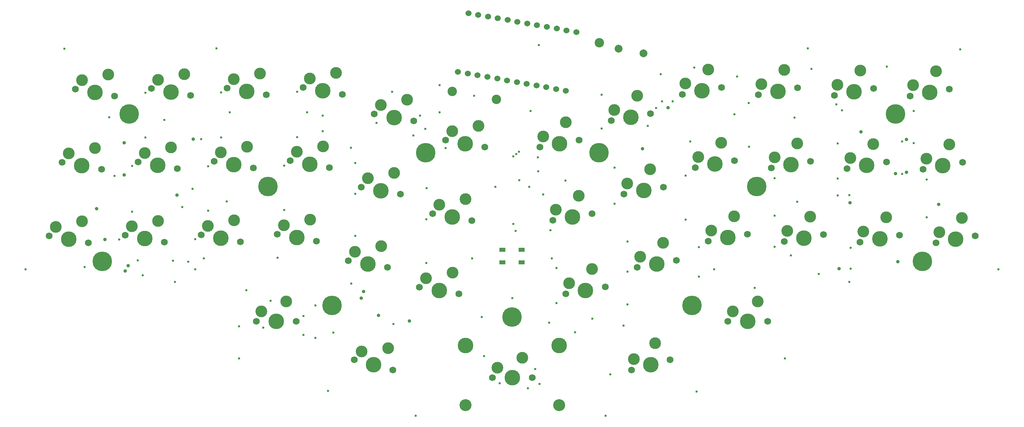
<source format=gts>
G04 #@! TF.GenerationSoftware,KiCad,Pcbnew,(5.1.9-0-10_14)*
G04 #@! TF.CreationDate,2021-06-24T09:39:22+09:00*
G04 #@! TF.ProjectId,reviung41,72657669-756e-4673-9431-2e6b69636164,1.4*
G04 #@! TF.SameCoordinates,PX2faf080PY2faf080*
G04 #@! TF.FileFunction,Soldermask,Top*
G04 #@! TF.FilePolarity,Negative*
%FSLAX46Y46*%
G04 Gerber Fmt 4.6, Leading zero omitted, Abs format (unit mm)*
G04 Created by KiCad (PCBNEW (5.1.9-0-10_14)) date 2021-06-24 09:39:22*
%MOMM*%
%LPD*%
G01*
G04 APERTURE LIST*
%ADD10C,3.000000*%
%ADD11C,3.987800*%
%ADD12C,1.750000*%
%ADD13C,2.400000*%
%ADD14C,5.000000*%
%ADD15R,1.500000X1.000000*%
%ADD16C,1.524000*%
%ADD17C,3.048000*%
%ADD18C,2.000000*%
%ADD19C,0.600000*%
%ADD20C,0.900000*%
G04 APERTURE END LIST*
D10*
X49773544Y-17128243D03*
D11*
X46390000Y-21690000D03*
D10*
X43078949Y-18526989D03*
D12*
X41387177Y-20807867D03*
X51392823Y-22572133D03*
X87712823Y-36072133D03*
X77707177Y-34307867D03*
D10*
X79398949Y-32026989D03*
D11*
X82710000Y-35190000D03*
D10*
X86093544Y-30628243D03*
D13*
X79390000Y-21860000D03*
X90630000Y-23860000D03*
X116930000Y-9420000D03*
D14*
X72620000Y-37480000D03*
X116840000Y-37480000D03*
X192470000Y-27580000D03*
X199320000Y-65240000D03*
X157050000Y-46090000D03*
X140560000Y-76530000D03*
X94660000Y-79530000D03*
X48770000Y-76530000D03*
X32400000Y-46100000D03*
X-9870000Y-65240000D03*
X-2990000Y-27590000D03*
D12*
X159850000Y-80550000D03*
X149690000Y-80550000D03*
D10*
X150960000Y-78010000D03*
D11*
X154770000Y-80550000D03*
D10*
X157310000Y-75470000D03*
X133139279Y-60486110D03*
D11*
X131520000Y-65930000D03*
D10*
X127326816Y-64090188D03*
D12*
X126517177Y-66812133D03*
X136522823Y-65047867D03*
D10*
X30403544Y-17268243D03*
D11*
X27020000Y-21830000D03*
D10*
X23708949Y-18666989D03*
D12*
X22017177Y-20947867D03*
X32022823Y-22712133D03*
D15*
X92220000Y-62320000D03*
X92220000Y-65520000D03*
X97120000Y-62320000D03*
X97120000Y-65520000D03*
D10*
X186719279Y-35266110D03*
D11*
X185100000Y-40710000D03*
D10*
X180906816Y-38870188D03*
D12*
X180097177Y-41592133D03*
X190102823Y-39827867D03*
X209492823Y-39947867D03*
X199487177Y-41712133D03*
D10*
X200296816Y-38990188D03*
D11*
X204490000Y-40830000D03*
D10*
X206109279Y-35386110D03*
D16*
X80870734Y-16798930D03*
X83372146Y-17239996D03*
X85873557Y-17681063D03*
X88374969Y-18122129D03*
X90876381Y-18563195D03*
X93377792Y-19004262D03*
X95879204Y-19445328D03*
X98380616Y-19886395D03*
X100882027Y-20327461D03*
X103383439Y-20768527D03*
X105884851Y-21209594D03*
X108386262Y-21650660D03*
X111029188Y-6661886D03*
X108527776Y-6220820D03*
X106026364Y-5779753D03*
X103524953Y-5338687D03*
X101023541Y-4897621D03*
X98522129Y-4456554D03*
X96020718Y-4015488D03*
X93519306Y-3574421D03*
X91017894Y-3133355D03*
X88516482Y-2692289D03*
X86015071Y-2251222D03*
X83513659Y-1810156D03*
D10*
X131168651Y-86145696D03*
D11*
X130030000Y-91710000D03*
D10*
X125692422Y-90242649D03*
D12*
X125123097Y-93024801D03*
X134936903Y-90395199D03*
X64209164Y-93029683D03*
X54395358Y-90400081D03*
D10*
X56279484Y-88275330D03*
D11*
X59302261Y-91714882D03*
D10*
X63070513Y-87465379D03*
X37070000Y-75490000D03*
D11*
X34530000Y-80570000D03*
D10*
X30720000Y-78030000D03*
D12*
X29450000Y-80570000D03*
X39610000Y-80570000D03*
X212782823Y-58737867D03*
X202777177Y-60502133D03*
D10*
X203586816Y-57780188D03*
D11*
X207780000Y-59620000D03*
D10*
X209399279Y-54176110D03*
X190029279Y-54036110D03*
D11*
X188410000Y-59480000D03*
D10*
X184216816Y-57640188D03*
D12*
X183407177Y-60362133D03*
X193412823Y-58597867D03*
D10*
X170679279Y-53876110D03*
D11*
X169060000Y-59320000D03*
D10*
X164866816Y-57480188D03*
D12*
X164057177Y-60202133D03*
X174062823Y-58437867D03*
X154672823Y-58327867D03*
X144667177Y-60092133D03*
D10*
X145476816Y-57370188D03*
D11*
X149670000Y-59210000D03*
D10*
X151289279Y-53766110D03*
D12*
X118392823Y-71807867D03*
X108387177Y-73572133D03*
D10*
X109196816Y-70850188D03*
D11*
X113390000Y-72690000D03*
D10*
X115009279Y-67246110D03*
X167389279Y-35106110D03*
D11*
X165770000Y-40550000D03*
D10*
X161576816Y-38710188D03*
D12*
X160767177Y-41432133D03*
X170772823Y-39667867D03*
X151342823Y-39527867D03*
X141337177Y-41292133D03*
D10*
X142146816Y-38570188D03*
D11*
X146340000Y-40410000D03*
D10*
X147959279Y-34966110D03*
X129829279Y-41736110D03*
D11*
X128210000Y-47180000D03*
D10*
X124016816Y-45340188D03*
D12*
X123207177Y-48062133D03*
X133212823Y-46297867D03*
X115042823Y-53037867D03*
X105037177Y-54802133D03*
D10*
X105846816Y-52080188D03*
D11*
X110040000Y-53920000D03*
D10*
X111659279Y-48476110D03*
X202769279Y-16656110D03*
D11*
X201150000Y-22100000D03*
D10*
X196956816Y-20260188D03*
D12*
X196147177Y-22982133D03*
X206152823Y-21217867D03*
X186812823Y-21057867D03*
X176807177Y-22822133D03*
D10*
X177616816Y-20100188D03*
D11*
X181810000Y-21940000D03*
D10*
X183429279Y-16496110D03*
D12*
X167442823Y-20927867D03*
X157437177Y-22692133D03*
D10*
X158246816Y-19970188D03*
D11*
X162440000Y-21810000D03*
D10*
X164059279Y-16366110D03*
X144669279Y-16226110D03*
D11*
X143050000Y-21670000D03*
D10*
X138856816Y-19830188D03*
D12*
X138047177Y-22552133D03*
X148052823Y-20787867D03*
X129922823Y-27527867D03*
X119917177Y-29292133D03*
D10*
X120726816Y-26570188D03*
D11*
X124920000Y-28410000D03*
D10*
X126539279Y-22966110D03*
X108389279Y-29746110D03*
D11*
X106770000Y-35190000D03*
D10*
X102576816Y-33350188D03*
D12*
X101767177Y-36072133D03*
X111772823Y-34307867D03*
D10*
X79443544Y-68148243D03*
D11*
X76060000Y-72710000D03*
D10*
X72748949Y-69546989D03*
D12*
X71057177Y-71827867D03*
X81062823Y-73592133D03*
X62912823Y-66832133D03*
X52907177Y-65067867D03*
D10*
X54598949Y-62786989D03*
D11*
X57910000Y-65950000D03*
D10*
X61293544Y-61388243D03*
D12*
X44757443Y-60080504D03*
X34751797Y-58316238D03*
D10*
X36443569Y-56035360D03*
D11*
X39754620Y-59198371D03*
D10*
X43138164Y-54636614D03*
D12*
X25372823Y-60232133D03*
X15367177Y-58467867D03*
D10*
X17058949Y-56186989D03*
D11*
X20370000Y-59350000D03*
D10*
X23753544Y-54788243D03*
D12*
X6032823Y-60342133D03*
X-3972823Y-58577867D03*
D10*
X-2281051Y-56296989D03*
D11*
X1030000Y-59460000D03*
D10*
X4413544Y-54898243D03*
X-14986456Y-55058243D03*
D11*
X-18370000Y-59620000D03*
D10*
X-21681051Y-56456989D03*
D12*
X-23372823Y-58737867D03*
X-13367177Y-60502133D03*
D10*
X82753544Y-49378243D03*
D11*
X79370000Y-53940000D03*
D10*
X76058949Y-50776989D03*
D12*
X74367177Y-53057867D03*
X84372823Y-54822133D03*
D10*
X64603544Y-42658243D03*
D11*
X61220000Y-47220000D03*
D10*
X57908949Y-44056989D03*
D12*
X56217177Y-46337867D03*
X66222823Y-48102133D03*
D10*
X46453544Y-35878243D03*
D11*
X43070000Y-40440000D03*
D10*
X39758949Y-37276989D03*
D12*
X38067177Y-39557867D03*
X48072823Y-41322133D03*
X28712823Y-41432133D03*
X18707177Y-39667867D03*
D10*
X20398949Y-37386989D03*
D11*
X23710000Y-40550000D03*
D10*
X27093544Y-35988243D03*
D12*
X9312823Y-41592133D03*
X-692823Y-39827867D03*
D10*
X998949Y-37546989D03*
D11*
X4310000Y-40710000D03*
D10*
X7693544Y-36148243D03*
D12*
X-10047177Y-41712133D03*
X-20052823Y-39947867D03*
D10*
X-18361051Y-37666989D03*
D11*
X-15050000Y-40830000D03*
D10*
X-11666456Y-36268243D03*
X67923544Y-23918243D03*
D11*
X64540000Y-28480000D03*
D10*
X61228949Y-25316989D03*
D12*
X59537177Y-27597867D03*
X69542823Y-29362133D03*
X12672823Y-22872133D03*
X2667177Y-21107867D03*
D10*
X4358949Y-18826989D03*
D11*
X7670000Y-21990000D03*
D10*
X11053544Y-17428243D03*
D12*
X-6717177Y-22982133D03*
X-16722823Y-21217867D03*
D10*
X-15031051Y-18936989D03*
D11*
X-11720000Y-22100000D03*
D10*
X-8336456Y-17538243D03*
D11*
X82782000Y-86745000D03*
X106658000Y-86745000D03*
D17*
X82782000Y-101985000D03*
X106658000Y-101985000D03*
D12*
X99800000Y-95000000D03*
X89640000Y-95000000D03*
D10*
X90910000Y-92460000D03*
D11*
X94720000Y-95000000D03*
D10*
X97260000Y-89920000D03*
D18*
X121799375Y-10935643D03*
X128200625Y-12064357D03*
D19*
X46400000Y-28000000D03*
X46400000Y-32000000D03*
X71175380Y-27975380D03*
X69500000Y-33100000D03*
X129300000Y-30600000D03*
X132900000Y-24400000D03*
X95000000Y-38400000D03*
X95000000Y-55700000D03*
X95700000Y-37800000D03*
X95600001Y-57499999D03*
X96400000Y-37200000D03*
X25000000Y-81900000D03*
X26900000Y-72600000D03*
X96500000Y-44500000D03*
X41500000Y-79200000D03*
X41500000Y-84100000D03*
X100562000Y-92762000D03*
X101700000Y-96600000D03*
X72526089Y-31373911D03*
D20*
X-4280000Y-43180000D03*
X-4280000Y-34920000D03*
X-11300000Y-51800000D03*
X-3200000Y-66400000D03*
X68500000Y-80500000D03*
X56800000Y-73000000D03*
X192990000Y-65310000D03*
X195198871Y-34098871D03*
X195198871Y-42518871D03*
X203400000Y-50700000D03*
X134400000Y-26000000D03*
X9200000Y-48300000D03*
X13400000Y-34000000D03*
X-4000000Y-67700000D03*
X-9200000Y-59700000D03*
X56200000Y-74684002D03*
X60600000Y-79084002D03*
X178000000Y-67100000D03*
X180800000Y-50300000D03*
X192400000Y-42800000D03*
X183600000Y-32200000D03*
X127900000Y-36500000D03*
D19*
X-8100000Y-28400000D03*
X6000000Y-29100000D03*
X22700000Y-27200000D03*
X42400000Y-27200000D03*
X-14300000Y-66700000D03*
X8200000Y-65100000D03*
X16100000Y-64500000D03*
X33100000Y-75300000D03*
X49100000Y-83500000D03*
X31200000Y-82200000D03*
X34900000Y-64300000D03*
X53600000Y-36200000D03*
X64100000Y-21900000D03*
X85000000Y-22900000D03*
X108300000Y-44600000D03*
X115100000Y-79900000D03*
X110700000Y-83400000D03*
X151400000Y-27700000D03*
X141100000Y-15700000D03*
X-6700000Y-43400000D03*
X-800000Y-65000000D03*
X91500000Y-96400000D03*
X98700000Y-97700000D03*
X-19500000Y-10900000D03*
X-29400000Y-67300000D03*
X218700000Y-67300000D03*
X208900000Y-11100000D03*
X164200000Y-90100000D03*
X141700000Y-98500000D03*
X118500000Y-104700000D03*
X70100000Y-104700000D03*
X47700000Y-98400000D03*
X25000000Y-90100000D03*
X180700000Y-70500000D03*
X8700000Y-70500000D03*
X19300000Y-10800000D03*
X170100000Y-10800000D03*
X90400000Y-46200000D03*
X99000000Y-46200000D03*
X84500000Y-64500000D03*
X104800000Y-64500000D03*
X94700000Y-74700000D03*
X21900000Y-49900000D03*
X167400000Y-50000000D03*
X101500000Y-10000000D03*
X131400000Y-26100000D03*
X146200000Y-67300000D03*
X165800000Y-63700000D03*
X178800000Y-26700000D03*
X166700000Y-28500000D03*
X101250000Y-38650000D03*
X102621571Y-48178429D03*
X104500000Y-57300000D03*
X105971571Y-66928429D03*
X105971571Y-75928429D03*
X104100000Y-80900000D03*
X99351571Y-26848429D03*
X1133703Y-33618291D03*
X1133703Y-22166297D03*
X-2226297Y-40873703D03*
X-2226297Y-52573703D03*
X44500000Y-76552998D03*
X44500000Y-84800000D03*
X-5506297Y-59706297D03*
X500000Y-68800000D03*
X124101571Y-67898429D03*
X124101571Y-76298429D03*
X117501571Y-22698429D03*
X124101571Y-60198429D03*
X120800000Y-50500000D03*
X120791571Y-41308429D03*
X117500000Y-31300000D03*
X20483703Y-22083703D03*
X20483703Y-33583703D03*
X17173703Y-40926297D03*
X17173703Y-52278291D03*
X13833703Y-59633703D03*
X13833703Y-67333703D03*
X119700000Y-94100000D03*
X87500000Y-89500000D03*
X123100000Y-81700000D03*
X142300000Y-69200000D03*
X142300000Y-61600000D03*
X138921571Y-54608886D03*
X138921571Y-43378429D03*
X132600000Y-17400000D03*
X140100000Y-34600000D03*
X135600000Y-24400000D03*
X86900000Y-79500000D03*
X39853703Y-21946297D03*
X39853703Y-33546297D03*
X36533703Y-40833703D03*
X36533703Y-52166297D03*
X156500000Y-72034302D03*
X161641571Y-61541571D03*
X161641571Y-53558429D03*
X161641571Y-44045529D03*
X155021571Y-24778429D03*
X155086343Y-36013657D03*
X152073889Y-18026111D03*
X60100000Y-29899692D03*
X54700000Y-40100000D03*
X54683703Y-47983703D03*
X54683703Y-58783703D03*
X180991571Y-61791571D03*
X181000000Y-67100000D03*
X177681571Y-48418429D03*
X177681571Y-44118429D03*
X177346042Y-25100000D03*
X177681571Y-35118429D03*
X171000000Y-16100000D03*
X77700000Y-36300000D03*
X72850000Y-46550000D03*
X72833703Y-54533703D03*
X72833703Y-65666297D03*
X200361571Y-44325529D03*
X200361571Y-54038429D03*
X190200000Y-15500000D03*
X197071571Y-35028429D03*
X197050000Y-26850000D03*
X76215698Y-20215698D03*
X76173703Y-27126297D03*
X15420000Y-34020000D03*
X13200000Y-46700000D03*
X12110000Y-65310000D03*
X10600000Y-51400000D03*
X64400000Y-81300000D03*
X53650000Y-70950000D03*
X172890000Y-68510000D03*
X180700000Y-48300000D03*
X194096440Y-34596440D03*
X194096440Y-42903560D03*
X101300000Y-42200000D03*
M02*

</source>
